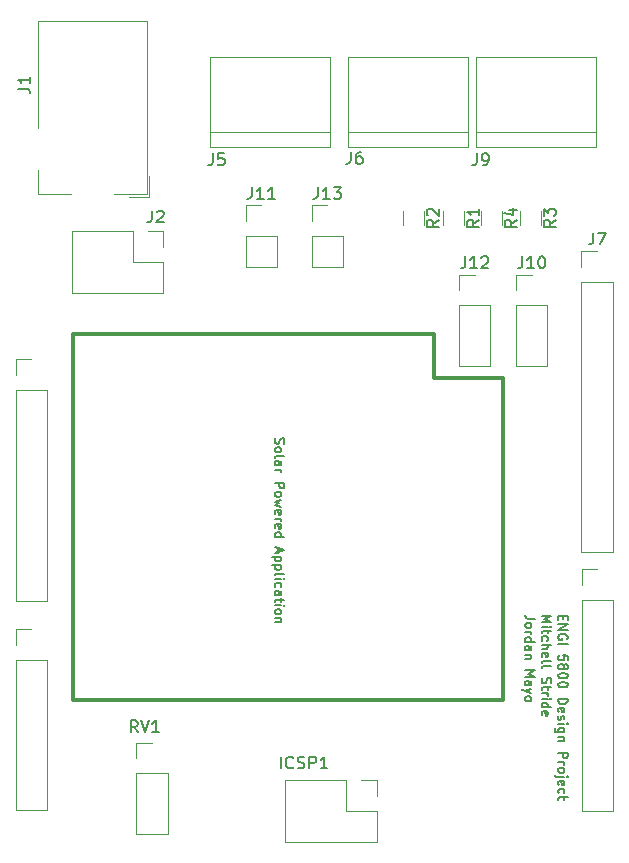
<source format=gto>
G04 #@! TF.FileFunction,Legend,Top*
%FSLAX46Y46*%
G04 Gerber Fmt 4.6, Leading zero omitted, Abs format (unit mm)*
G04 Created by KiCad (PCBNEW 4.0.7) date 01/29/18 05:57:29*
%MOMM*%
%LPD*%
G01*
G04 APERTURE LIST*
%ADD10C,0.100000*%
%ADD11C,0.200000*%
%ADD12C,0.300000*%
%ADD13C,0.120000*%
%ADD14C,0.150000*%
G04 APERTURE END LIST*
D10*
D11*
X135296950Y-94576881D02*
X135258855Y-94691167D01*
X135258855Y-94881643D01*
X135296950Y-94957833D01*
X135335046Y-94995929D01*
X135411236Y-95034024D01*
X135487427Y-95034024D01*
X135563617Y-94995929D01*
X135601712Y-94957833D01*
X135639808Y-94881643D01*
X135677903Y-94729262D01*
X135715998Y-94653071D01*
X135754093Y-94614976D01*
X135830284Y-94576881D01*
X135906474Y-94576881D01*
X135982665Y-94614976D01*
X136020760Y-94653071D01*
X136058855Y-94729262D01*
X136058855Y-94919738D01*
X136020760Y-95034024D01*
X135258855Y-95491167D02*
X135296950Y-95414976D01*
X135335046Y-95376881D01*
X135411236Y-95338786D01*
X135639808Y-95338786D01*
X135715998Y-95376881D01*
X135754093Y-95414976D01*
X135792189Y-95491167D01*
X135792189Y-95605453D01*
X135754093Y-95681643D01*
X135715998Y-95719738D01*
X135639808Y-95757834D01*
X135411236Y-95757834D01*
X135335046Y-95719738D01*
X135296950Y-95681643D01*
X135258855Y-95605453D01*
X135258855Y-95491167D01*
X135258855Y-96214977D02*
X135296950Y-96138786D01*
X135373141Y-96100691D01*
X136058855Y-96100691D01*
X135258855Y-96862596D02*
X135677903Y-96862596D01*
X135754093Y-96824501D01*
X135792189Y-96748311D01*
X135792189Y-96595930D01*
X135754093Y-96519739D01*
X135296950Y-96862596D02*
X135258855Y-96786406D01*
X135258855Y-96595930D01*
X135296950Y-96519739D01*
X135373141Y-96481644D01*
X135449331Y-96481644D01*
X135525522Y-96519739D01*
X135563617Y-96595930D01*
X135563617Y-96786406D01*
X135601712Y-96862596D01*
X135258855Y-97243549D02*
X135792189Y-97243549D01*
X135639808Y-97243549D02*
X135715998Y-97281644D01*
X135754093Y-97319740D01*
X135792189Y-97395930D01*
X135792189Y-97472121D01*
X135258855Y-98348311D02*
X136058855Y-98348311D01*
X136058855Y-98653073D01*
X136020760Y-98729264D01*
X135982665Y-98767359D01*
X135906474Y-98805454D01*
X135792189Y-98805454D01*
X135715998Y-98767359D01*
X135677903Y-98729264D01*
X135639808Y-98653073D01*
X135639808Y-98348311D01*
X135258855Y-99262597D02*
X135296950Y-99186406D01*
X135335046Y-99148311D01*
X135411236Y-99110216D01*
X135639808Y-99110216D01*
X135715998Y-99148311D01*
X135754093Y-99186406D01*
X135792189Y-99262597D01*
X135792189Y-99376883D01*
X135754093Y-99453073D01*
X135715998Y-99491168D01*
X135639808Y-99529264D01*
X135411236Y-99529264D01*
X135335046Y-99491168D01*
X135296950Y-99453073D01*
X135258855Y-99376883D01*
X135258855Y-99262597D01*
X135792189Y-99795931D02*
X135258855Y-99948312D01*
X135639808Y-100100693D01*
X135258855Y-100253074D01*
X135792189Y-100405455D01*
X135296950Y-101014978D02*
X135258855Y-100938788D01*
X135258855Y-100786407D01*
X135296950Y-100710216D01*
X135373141Y-100672121D01*
X135677903Y-100672121D01*
X135754093Y-100710216D01*
X135792189Y-100786407D01*
X135792189Y-100938788D01*
X135754093Y-101014978D01*
X135677903Y-101053073D01*
X135601712Y-101053073D01*
X135525522Y-100672121D01*
X135258855Y-101395930D02*
X135792189Y-101395930D01*
X135639808Y-101395930D02*
X135715998Y-101434025D01*
X135754093Y-101472121D01*
X135792189Y-101548311D01*
X135792189Y-101624502D01*
X135296950Y-102195930D02*
X135258855Y-102119740D01*
X135258855Y-101967359D01*
X135296950Y-101891168D01*
X135373141Y-101853073D01*
X135677903Y-101853073D01*
X135754093Y-101891168D01*
X135792189Y-101967359D01*
X135792189Y-102119740D01*
X135754093Y-102195930D01*
X135677903Y-102234025D01*
X135601712Y-102234025D01*
X135525522Y-101853073D01*
X135258855Y-102919739D02*
X136058855Y-102919739D01*
X135296950Y-102919739D02*
X135258855Y-102843549D01*
X135258855Y-102691168D01*
X135296950Y-102614977D01*
X135335046Y-102576882D01*
X135411236Y-102538787D01*
X135639808Y-102538787D01*
X135715998Y-102576882D01*
X135754093Y-102614977D01*
X135792189Y-102691168D01*
X135792189Y-102843549D01*
X135754093Y-102919739D01*
X135487427Y-103872121D02*
X135487427Y-104253073D01*
X135258855Y-103795930D02*
X136058855Y-104062597D01*
X135258855Y-104329264D01*
X135792189Y-104595930D02*
X134992189Y-104595930D01*
X135754093Y-104595930D02*
X135792189Y-104672121D01*
X135792189Y-104824502D01*
X135754093Y-104900692D01*
X135715998Y-104938787D01*
X135639808Y-104976883D01*
X135411236Y-104976883D01*
X135335046Y-104938787D01*
X135296950Y-104900692D01*
X135258855Y-104824502D01*
X135258855Y-104672121D01*
X135296950Y-104595930D01*
X135792189Y-105319740D02*
X134992189Y-105319740D01*
X135754093Y-105319740D02*
X135792189Y-105395931D01*
X135792189Y-105548312D01*
X135754093Y-105624502D01*
X135715998Y-105662597D01*
X135639808Y-105700693D01*
X135411236Y-105700693D01*
X135335046Y-105662597D01*
X135296950Y-105624502D01*
X135258855Y-105548312D01*
X135258855Y-105395931D01*
X135296950Y-105319740D01*
X135258855Y-106157836D02*
X135296950Y-106081645D01*
X135373141Y-106043550D01*
X136058855Y-106043550D01*
X135258855Y-106462598D02*
X135792189Y-106462598D01*
X136058855Y-106462598D02*
X136020760Y-106424503D01*
X135982665Y-106462598D01*
X136020760Y-106500693D01*
X136058855Y-106462598D01*
X135982665Y-106462598D01*
X135296950Y-107186407D02*
X135258855Y-107110217D01*
X135258855Y-106957836D01*
X135296950Y-106881645D01*
X135335046Y-106843550D01*
X135411236Y-106805455D01*
X135639808Y-106805455D01*
X135715998Y-106843550D01*
X135754093Y-106881645D01*
X135792189Y-106957836D01*
X135792189Y-107110217D01*
X135754093Y-107186407D01*
X135258855Y-107872121D02*
X135677903Y-107872121D01*
X135754093Y-107834026D01*
X135792189Y-107757836D01*
X135792189Y-107605455D01*
X135754093Y-107529264D01*
X135296950Y-107872121D02*
X135258855Y-107795931D01*
X135258855Y-107605455D01*
X135296950Y-107529264D01*
X135373141Y-107491169D01*
X135449331Y-107491169D01*
X135525522Y-107529264D01*
X135563617Y-107605455D01*
X135563617Y-107795931D01*
X135601712Y-107872121D01*
X135792189Y-108138788D02*
X135792189Y-108443550D01*
X136058855Y-108253074D02*
X135373141Y-108253074D01*
X135296950Y-108291169D01*
X135258855Y-108367360D01*
X135258855Y-108443550D01*
X135258855Y-108710217D02*
X135792189Y-108710217D01*
X136058855Y-108710217D02*
X136020760Y-108672122D01*
X135982665Y-108710217D01*
X136020760Y-108748312D01*
X136058855Y-108710217D01*
X135982665Y-108710217D01*
X135258855Y-109205455D02*
X135296950Y-109129264D01*
X135335046Y-109091169D01*
X135411236Y-109053074D01*
X135639808Y-109053074D01*
X135715998Y-109091169D01*
X135754093Y-109129264D01*
X135792189Y-109205455D01*
X135792189Y-109319741D01*
X135754093Y-109395931D01*
X135715998Y-109434026D01*
X135639808Y-109472122D01*
X135411236Y-109472122D01*
X135335046Y-109434026D01*
X135296950Y-109395931D01*
X135258855Y-109319741D01*
X135258855Y-109205455D01*
X135792189Y-109814979D02*
X135258855Y-109814979D01*
X135715998Y-109814979D02*
X135754093Y-109853074D01*
X135792189Y-109929265D01*
X135792189Y-110043551D01*
X135754093Y-110119741D01*
X135677903Y-110157836D01*
X135258855Y-110157836D01*
D12*
X118173500Y-85714840D02*
X118178580Y-116743480D01*
X148683980Y-85712300D02*
X118176040Y-85712300D01*
X148686520Y-89461340D02*
X148686520Y-85717380D01*
X154564080Y-89463880D02*
X148691600Y-89463880D01*
X154561540Y-116743480D02*
X154561540Y-89468960D01*
X118176040Y-116746020D02*
X154559000Y-116746020D01*
D11*
X159650883Y-109623836D02*
X159650883Y-109890503D01*
X159231835Y-110004789D02*
X159231835Y-109623836D01*
X160031835Y-109623836D01*
X160031835Y-110004789D01*
X159231835Y-110347646D02*
X160031835Y-110347646D01*
X159231835Y-110804789D01*
X160031835Y-110804789D01*
X159993740Y-111604789D02*
X160031835Y-111528598D01*
X160031835Y-111414313D01*
X159993740Y-111300027D01*
X159917550Y-111223836D01*
X159841359Y-111185741D01*
X159688978Y-111147646D01*
X159574692Y-111147646D01*
X159422311Y-111185741D01*
X159346121Y-111223836D01*
X159269930Y-111300027D01*
X159231835Y-111414313D01*
X159231835Y-111490503D01*
X159269930Y-111604789D01*
X159308026Y-111642884D01*
X159574692Y-111642884D01*
X159574692Y-111490503D01*
X159231835Y-111985741D02*
X160031835Y-111985741D01*
X160031835Y-113357170D02*
X160031835Y-112976217D01*
X159650883Y-112938122D01*
X159688978Y-112976217D01*
X159727073Y-113052408D01*
X159727073Y-113242884D01*
X159688978Y-113319074D01*
X159650883Y-113357170D01*
X159574692Y-113395265D01*
X159384216Y-113395265D01*
X159308026Y-113357170D01*
X159269930Y-113319074D01*
X159231835Y-113242884D01*
X159231835Y-113052408D01*
X159269930Y-112976217D01*
X159308026Y-112938122D01*
X159688978Y-113852408D02*
X159727073Y-113776217D01*
X159765169Y-113738122D01*
X159841359Y-113700027D01*
X159879454Y-113700027D01*
X159955645Y-113738122D01*
X159993740Y-113776217D01*
X160031835Y-113852408D01*
X160031835Y-114004789D01*
X159993740Y-114080979D01*
X159955645Y-114119075D01*
X159879454Y-114157170D01*
X159841359Y-114157170D01*
X159765169Y-114119075D01*
X159727073Y-114080979D01*
X159688978Y-114004789D01*
X159688978Y-113852408D01*
X159650883Y-113776217D01*
X159612788Y-113738122D01*
X159536597Y-113700027D01*
X159384216Y-113700027D01*
X159308026Y-113738122D01*
X159269930Y-113776217D01*
X159231835Y-113852408D01*
X159231835Y-114004789D01*
X159269930Y-114080979D01*
X159308026Y-114119075D01*
X159384216Y-114157170D01*
X159536597Y-114157170D01*
X159612788Y-114119075D01*
X159650883Y-114080979D01*
X159688978Y-114004789D01*
X160031835Y-114652408D02*
X160031835Y-114728599D01*
X159993740Y-114804789D01*
X159955645Y-114842884D01*
X159879454Y-114880980D01*
X159727073Y-114919075D01*
X159536597Y-114919075D01*
X159384216Y-114880980D01*
X159308026Y-114842884D01*
X159269930Y-114804789D01*
X159231835Y-114728599D01*
X159231835Y-114652408D01*
X159269930Y-114576218D01*
X159308026Y-114538122D01*
X159384216Y-114500027D01*
X159536597Y-114461932D01*
X159727073Y-114461932D01*
X159879454Y-114500027D01*
X159955645Y-114538122D01*
X159993740Y-114576218D01*
X160031835Y-114652408D01*
X160031835Y-115414313D02*
X160031835Y-115490504D01*
X159993740Y-115566694D01*
X159955645Y-115604789D01*
X159879454Y-115642885D01*
X159727073Y-115680980D01*
X159536597Y-115680980D01*
X159384216Y-115642885D01*
X159308026Y-115604789D01*
X159269930Y-115566694D01*
X159231835Y-115490504D01*
X159231835Y-115414313D01*
X159269930Y-115338123D01*
X159308026Y-115300027D01*
X159384216Y-115261932D01*
X159536597Y-115223837D01*
X159727073Y-115223837D01*
X159879454Y-115261932D01*
X159955645Y-115300027D01*
X159993740Y-115338123D01*
X160031835Y-115414313D01*
X159231835Y-116633361D02*
X160031835Y-116633361D01*
X160031835Y-116823837D01*
X159993740Y-116938123D01*
X159917550Y-117014314D01*
X159841359Y-117052409D01*
X159688978Y-117090504D01*
X159574692Y-117090504D01*
X159422311Y-117052409D01*
X159346121Y-117014314D01*
X159269930Y-116938123D01*
X159231835Y-116823837D01*
X159231835Y-116633361D01*
X159269930Y-117738123D02*
X159231835Y-117661933D01*
X159231835Y-117509552D01*
X159269930Y-117433361D01*
X159346121Y-117395266D01*
X159650883Y-117395266D01*
X159727073Y-117433361D01*
X159765169Y-117509552D01*
X159765169Y-117661933D01*
X159727073Y-117738123D01*
X159650883Y-117776218D01*
X159574692Y-117776218D01*
X159498502Y-117395266D01*
X159269930Y-118080980D02*
X159231835Y-118157170D01*
X159231835Y-118309551D01*
X159269930Y-118385742D01*
X159346121Y-118423837D01*
X159384216Y-118423837D01*
X159460407Y-118385742D01*
X159498502Y-118309551D01*
X159498502Y-118195266D01*
X159536597Y-118119075D01*
X159612788Y-118080980D01*
X159650883Y-118080980D01*
X159727073Y-118119075D01*
X159765169Y-118195266D01*
X159765169Y-118309551D01*
X159727073Y-118385742D01*
X159231835Y-118766694D02*
X159765169Y-118766694D01*
X160031835Y-118766694D02*
X159993740Y-118728599D01*
X159955645Y-118766694D01*
X159993740Y-118804789D01*
X160031835Y-118766694D01*
X159955645Y-118766694D01*
X159765169Y-119490503D02*
X159117550Y-119490503D01*
X159041359Y-119452408D01*
X159003264Y-119414313D01*
X158965169Y-119338122D01*
X158965169Y-119223837D01*
X159003264Y-119147646D01*
X159269930Y-119490503D02*
X159231835Y-119414313D01*
X159231835Y-119261932D01*
X159269930Y-119185741D01*
X159308026Y-119147646D01*
X159384216Y-119109551D01*
X159612788Y-119109551D01*
X159688978Y-119147646D01*
X159727073Y-119185741D01*
X159765169Y-119261932D01*
X159765169Y-119414313D01*
X159727073Y-119490503D01*
X159765169Y-119871456D02*
X159231835Y-119871456D01*
X159688978Y-119871456D02*
X159727073Y-119909551D01*
X159765169Y-119985742D01*
X159765169Y-120100028D01*
X159727073Y-120176218D01*
X159650883Y-120214313D01*
X159231835Y-120214313D01*
X159231835Y-121204790D02*
X160031835Y-121204790D01*
X160031835Y-121509552D01*
X159993740Y-121585743D01*
X159955645Y-121623838D01*
X159879454Y-121661933D01*
X159765169Y-121661933D01*
X159688978Y-121623838D01*
X159650883Y-121585743D01*
X159612788Y-121509552D01*
X159612788Y-121204790D01*
X159231835Y-122004790D02*
X159765169Y-122004790D01*
X159612788Y-122004790D02*
X159688978Y-122042885D01*
X159727073Y-122080981D01*
X159765169Y-122157171D01*
X159765169Y-122233362D01*
X159231835Y-122614314D02*
X159269930Y-122538123D01*
X159308026Y-122500028D01*
X159384216Y-122461933D01*
X159612788Y-122461933D01*
X159688978Y-122500028D01*
X159727073Y-122538123D01*
X159765169Y-122614314D01*
X159765169Y-122728600D01*
X159727073Y-122804790D01*
X159688978Y-122842885D01*
X159612788Y-122880981D01*
X159384216Y-122880981D01*
X159308026Y-122842885D01*
X159269930Y-122804790D01*
X159231835Y-122728600D01*
X159231835Y-122614314D01*
X159765169Y-123223838D02*
X159079454Y-123223838D01*
X159003264Y-123185743D01*
X158965169Y-123109552D01*
X158965169Y-123071457D01*
X160031835Y-123223838D02*
X159993740Y-123185743D01*
X159955645Y-123223838D01*
X159993740Y-123261933D01*
X160031835Y-123223838D01*
X159955645Y-123223838D01*
X159269930Y-123909552D02*
X159231835Y-123833362D01*
X159231835Y-123680981D01*
X159269930Y-123604790D01*
X159346121Y-123566695D01*
X159650883Y-123566695D01*
X159727073Y-123604790D01*
X159765169Y-123680981D01*
X159765169Y-123833362D01*
X159727073Y-123909552D01*
X159650883Y-123947647D01*
X159574692Y-123947647D01*
X159498502Y-123566695D01*
X159269930Y-124633361D02*
X159231835Y-124557171D01*
X159231835Y-124404790D01*
X159269930Y-124328599D01*
X159308026Y-124290504D01*
X159384216Y-124252409D01*
X159612788Y-124252409D01*
X159688978Y-124290504D01*
X159727073Y-124328599D01*
X159765169Y-124404790D01*
X159765169Y-124557171D01*
X159727073Y-124633361D01*
X159765169Y-124861932D02*
X159765169Y-125166694D01*
X160031835Y-124976218D02*
X159346121Y-124976218D01*
X159269930Y-125014313D01*
X159231835Y-125090504D01*
X159231835Y-125166694D01*
X157831835Y-109623836D02*
X158631835Y-109623836D01*
X158060407Y-109890503D01*
X158631835Y-110157170D01*
X157831835Y-110157170D01*
X157831835Y-110538122D02*
X158365169Y-110538122D01*
X158631835Y-110538122D02*
X158593740Y-110500027D01*
X158555645Y-110538122D01*
X158593740Y-110576217D01*
X158631835Y-110538122D01*
X158555645Y-110538122D01*
X158365169Y-110804788D02*
X158365169Y-111109550D01*
X158631835Y-110919074D02*
X157946121Y-110919074D01*
X157869930Y-110957169D01*
X157831835Y-111033360D01*
X157831835Y-111109550D01*
X157869930Y-111719074D02*
X157831835Y-111642884D01*
X157831835Y-111490503D01*
X157869930Y-111414312D01*
X157908026Y-111376217D01*
X157984216Y-111338122D01*
X158212788Y-111338122D01*
X158288978Y-111376217D01*
X158327073Y-111414312D01*
X158365169Y-111490503D01*
X158365169Y-111642884D01*
X158327073Y-111719074D01*
X157831835Y-112061931D02*
X158631835Y-112061931D01*
X157831835Y-112404788D02*
X158250883Y-112404788D01*
X158327073Y-112366693D01*
X158365169Y-112290503D01*
X158365169Y-112176217D01*
X158327073Y-112100026D01*
X158288978Y-112061931D01*
X157869930Y-113090503D02*
X157831835Y-113014313D01*
X157831835Y-112861932D01*
X157869930Y-112785741D01*
X157946121Y-112747646D01*
X158250883Y-112747646D01*
X158327073Y-112785741D01*
X158365169Y-112861932D01*
X158365169Y-113014313D01*
X158327073Y-113090503D01*
X158250883Y-113128598D01*
X158174692Y-113128598D01*
X158098502Y-112747646D01*
X157831835Y-113585741D02*
X157869930Y-113509550D01*
X157946121Y-113471455D01*
X158631835Y-113471455D01*
X157831835Y-114004789D02*
X157869930Y-113928598D01*
X157946121Y-113890503D01*
X158631835Y-113890503D01*
X157869930Y-114880980D02*
X157831835Y-114995266D01*
X157831835Y-115185742D01*
X157869930Y-115261932D01*
X157908026Y-115300028D01*
X157984216Y-115338123D01*
X158060407Y-115338123D01*
X158136597Y-115300028D01*
X158174692Y-115261932D01*
X158212788Y-115185742D01*
X158250883Y-115033361D01*
X158288978Y-114957170D01*
X158327073Y-114919075D01*
X158403264Y-114880980D01*
X158479454Y-114880980D01*
X158555645Y-114919075D01*
X158593740Y-114957170D01*
X158631835Y-115033361D01*
X158631835Y-115223837D01*
X158593740Y-115338123D01*
X158365169Y-115566694D02*
X158365169Y-115871456D01*
X158631835Y-115680980D02*
X157946121Y-115680980D01*
X157869930Y-115719075D01*
X157831835Y-115795266D01*
X157831835Y-115871456D01*
X157831835Y-116138123D02*
X158365169Y-116138123D01*
X158212788Y-116138123D02*
X158288978Y-116176218D01*
X158327073Y-116214314D01*
X158365169Y-116290504D01*
X158365169Y-116366695D01*
X157831835Y-116633361D02*
X158365169Y-116633361D01*
X158631835Y-116633361D02*
X158593740Y-116595266D01*
X158555645Y-116633361D01*
X158593740Y-116671456D01*
X158631835Y-116633361D01*
X158555645Y-116633361D01*
X157831835Y-117357170D02*
X158631835Y-117357170D01*
X157869930Y-117357170D02*
X157831835Y-117280980D01*
X157831835Y-117128599D01*
X157869930Y-117052408D01*
X157908026Y-117014313D01*
X157984216Y-116976218D01*
X158212788Y-116976218D01*
X158288978Y-117014313D01*
X158327073Y-117052408D01*
X158365169Y-117128599D01*
X158365169Y-117280980D01*
X158327073Y-117357170D01*
X157869930Y-118042885D02*
X157831835Y-117966695D01*
X157831835Y-117814314D01*
X157869930Y-117738123D01*
X157946121Y-117700028D01*
X158250883Y-117700028D01*
X158327073Y-117738123D01*
X158365169Y-117814314D01*
X158365169Y-117966695D01*
X158327073Y-118042885D01*
X158250883Y-118080980D01*
X158174692Y-118080980D01*
X158098502Y-117700028D01*
X157231835Y-109852408D02*
X156660407Y-109852408D01*
X156546121Y-109814312D01*
X156469930Y-109738122D01*
X156431835Y-109623836D01*
X156431835Y-109547646D01*
X156431835Y-110347646D02*
X156469930Y-110271455D01*
X156508026Y-110233360D01*
X156584216Y-110195265D01*
X156812788Y-110195265D01*
X156888978Y-110233360D01*
X156927073Y-110271455D01*
X156965169Y-110347646D01*
X156965169Y-110461932D01*
X156927073Y-110538122D01*
X156888978Y-110576217D01*
X156812788Y-110614313D01*
X156584216Y-110614313D01*
X156508026Y-110576217D01*
X156469930Y-110538122D01*
X156431835Y-110461932D01*
X156431835Y-110347646D01*
X156431835Y-110957170D02*
X156965169Y-110957170D01*
X156812788Y-110957170D02*
X156888978Y-110995265D01*
X156927073Y-111033361D01*
X156965169Y-111109551D01*
X156965169Y-111185742D01*
X156431835Y-111795265D02*
X157231835Y-111795265D01*
X156469930Y-111795265D02*
X156431835Y-111719075D01*
X156431835Y-111566694D01*
X156469930Y-111490503D01*
X156508026Y-111452408D01*
X156584216Y-111414313D01*
X156812788Y-111414313D01*
X156888978Y-111452408D01*
X156927073Y-111490503D01*
X156965169Y-111566694D01*
X156965169Y-111719075D01*
X156927073Y-111795265D01*
X156431835Y-112519075D02*
X156850883Y-112519075D01*
X156927073Y-112480980D01*
X156965169Y-112404790D01*
X156965169Y-112252409D01*
X156927073Y-112176218D01*
X156469930Y-112519075D02*
X156431835Y-112442885D01*
X156431835Y-112252409D01*
X156469930Y-112176218D01*
X156546121Y-112138123D01*
X156622311Y-112138123D01*
X156698502Y-112176218D01*
X156736597Y-112252409D01*
X156736597Y-112442885D01*
X156774692Y-112519075D01*
X156965169Y-112900028D02*
X156431835Y-112900028D01*
X156888978Y-112900028D02*
X156927073Y-112938123D01*
X156965169Y-113014314D01*
X156965169Y-113128600D01*
X156927073Y-113204790D01*
X156850883Y-113242885D01*
X156431835Y-113242885D01*
X156431835Y-114233362D02*
X157231835Y-114233362D01*
X156660407Y-114500029D01*
X157231835Y-114766696D01*
X156431835Y-114766696D01*
X156431835Y-115490505D02*
X156850883Y-115490505D01*
X156927073Y-115452410D01*
X156965169Y-115376220D01*
X156965169Y-115223839D01*
X156927073Y-115147648D01*
X156469930Y-115490505D02*
X156431835Y-115414315D01*
X156431835Y-115223839D01*
X156469930Y-115147648D01*
X156546121Y-115109553D01*
X156622311Y-115109553D01*
X156698502Y-115147648D01*
X156736597Y-115223839D01*
X156736597Y-115414315D01*
X156774692Y-115490505D01*
X156965169Y-115795268D02*
X156431835Y-115985744D01*
X156965169Y-116176220D02*
X156431835Y-115985744D01*
X156241359Y-115909553D01*
X156203264Y-115871458D01*
X156165169Y-115795268D01*
X156431835Y-116595268D02*
X156469930Y-116519077D01*
X156508026Y-116480982D01*
X156584216Y-116442887D01*
X156812788Y-116442887D01*
X156888978Y-116480982D01*
X156927073Y-116519077D01*
X156965169Y-116595268D01*
X156965169Y-116709554D01*
X156927073Y-116785744D01*
X156888978Y-116823839D01*
X156812788Y-116861935D01*
X156584216Y-116861935D01*
X156508026Y-116823839D01*
X156469930Y-116785744D01*
X156431835Y-116709554D01*
X156431835Y-116595268D01*
D13*
X136114480Y-123541480D02*
X136114480Y-128741480D01*
X141254480Y-123541480D02*
X136114480Y-123541480D01*
X143854480Y-128741480D02*
X136114480Y-128741480D01*
X141254480Y-123541480D02*
X141254480Y-126141480D01*
X141254480Y-126141480D02*
X143854480Y-126141480D01*
X143854480Y-126141480D02*
X143854480Y-128741480D01*
X142524480Y-123541480D02*
X143854480Y-123541480D01*
X143854480Y-123541480D02*
X143854480Y-124871480D01*
X115188940Y-68286480D02*
X115188940Y-59286480D01*
X115188940Y-59286480D02*
X124388940Y-59286480D01*
X124388940Y-59286480D02*
X124388940Y-73886480D01*
X124388940Y-73886480D02*
X121588940Y-73886480D01*
X117988940Y-73886480D02*
X115188940Y-73886480D01*
X115188940Y-73886480D02*
X115188940Y-71886480D01*
X124628940Y-72386480D02*
X124628940Y-74126480D01*
X124628940Y-74126480D02*
X122888940Y-74126480D01*
X118067780Y-77051860D02*
X118067780Y-82251860D01*
X123207780Y-77051860D02*
X118067780Y-77051860D01*
X125807780Y-82251860D02*
X118067780Y-82251860D01*
X123207780Y-77051860D02*
X123207780Y-79651860D01*
X123207780Y-79651860D02*
X125807780Y-79651860D01*
X125807780Y-79651860D02*
X125807780Y-82251860D01*
X124477780Y-77051860D02*
X125807780Y-77051860D01*
X125807780Y-77051860D02*
X125807780Y-78381860D01*
X113305280Y-126079560D02*
X115965280Y-126079560D01*
X113305280Y-113319560D02*
X113305280Y-126079560D01*
X115965280Y-113319560D02*
X115965280Y-126079560D01*
X113305280Y-113319560D02*
X115965280Y-113319560D01*
X113305280Y-112049560D02*
X113305280Y-110719560D01*
X113305280Y-110719560D02*
X114635280Y-110719560D01*
X139918440Y-68623180D02*
X129758440Y-68623180D01*
X139918440Y-69893180D02*
X139918440Y-62273180D01*
X139918440Y-62273180D02*
X129758440Y-62273180D01*
X129758440Y-62273180D02*
X129758440Y-69893180D01*
X129758440Y-69893180D02*
X139918440Y-69893180D01*
X151592280Y-68671440D02*
X141432280Y-68671440D01*
X151592280Y-69941440D02*
X151592280Y-62321440D01*
X151592280Y-62321440D02*
X141432280Y-62321440D01*
X141432280Y-62321440D02*
X141432280Y-69941440D01*
X141432280Y-69941440D02*
X151592280Y-69941440D01*
X161202060Y-104240640D02*
X163862060Y-104240640D01*
X161202060Y-81320640D02*
X161202060Y-104240640D01*
X163862060Y-81320640D02*
X163862060Y-104240640D01*
X161202060Y-81320640D02*
X163862060Y-81320640D01*
X161202060Y-80050640D02*
X161202060Y-78720640D01*
X161202060Y-78720640D02*
X162532060Y-78720640D01*
X161224920Y-126120200D02*
X163884920Y-126120200D01*
X161224920Y-108280200D02*
X161224920Y-126120200D01*
X163884920Y-108280200D02*
X163884920Y-126120200D01*
X161224920Y-108280200D02*
X163884920Y-108280200D01*
X161224920Y-107010200D02*
X161224920Y-105680200D01*
X161224920Y-105680200D02*
X162554920Y-105680200D01*
X162468560Y-68676520D02*
X152308560Y-68676520D01*
X162468560Y-69946520D02*
X162468560Y-62326520D01*
X162468560Y-62326520D02*
X152308560Y-62326520D01*
X152308560Y-62326520D02*
X152308560Y-69946520D01*
X152308560Y-69946520D02*
X162468560Y-69946520D01*
X155659780Y-88474860D02*
X158319780Y-88474860D01*
X155659780Y-83334860D02*
X155659780Y-88474860D01*
X158319780Y-83334860D02*
X158319780Y-88474860D01*
X155659780Y-83334860D02*
X158319780Y-83334860D01*
X155659780Y-82064860D02*
X155659780Y-80734860D01*
X155659780Y-80734860D02*
X156989780Y-80734860D01*
X150833780Y-88474860D02*
X153493780Y-88474860D01*
X150833780Y-83334860D02*
X150833780Y-88474860D01*
X153493780Y-83334860D02*
X153493780Y-88474860D01*
X150833780Y-83334860D02*
X153493780Y-83334860D01*
X150833780Y-82064860D02*
X150833780Y-80734860D01*
X150833780Y-80734860D02*
X152163780Y-80734860D01*
X149505780Y-76521860D02*
X149505780Y-75321860D01*
X151265780Y-75321860D02*
X151265780Y-76521860D01*
X146076780Y-76521860D02*
X146076780Y-75321860D01*
X147836780Y-75321860D02*
X147836780Y-76521860D01*
X155982780Y-76521860D02*
X155982780Y-75321860D01*
X157742780Y-75321860D02*
X157742780Y-76521860D01*
X152680780Y-76521860D02*
X152680780Y-75321860D01*
X154440780Y-75321860D02*
X154440780Y-76521860D01*
X123528780Y-128098860D02*
X126188780Y-128098860D01*
X123528780Y-122958860D02*
X123528780Y-128098860D01*
X126188780Y-122958860D02*
X126188780Y-128098860D01*
X123528780Y-122958860D02*
X126188780Y-122958860D01*
X123528780Y-121688860D02*
X123528780Y-120358860D01*
X123528780Y-120358860D02*
X124858780Y-120358860D01*
X113310360Y-108317340D02*
X115970360Y-108317340D01*
X113310360Y-90477340D02*
X113310360Y-108317340D01*
X115970360Y-90477340D02*
X115970360Y-108317340D01*
X113310360Y-90477340D02*
X115970360Y-90477340D01*
X113310360Y-89207340D02*
X113310360Y-87877340D01*
X113310360Y-87877340D02*
X114640360Y-87877340D01*
X132782000Y-80070000D02*
X135442000Y-80070000D01*
X132782000Y-77470000D02*
X132782000Y-80070000D01*
X135442000Y-77470000D02*
X135442000Y-80070000D01*
X132782000Y-77470000D02*
X135442000Y-77470000D01*
X132782000Y-76200000D02*
X132782000Y-74870000D01*
X132782000Y-74870000D02*
X134112000Y-74870000D01*
X138370000Y-80070000D02*
X141030000Y-80070000D01*
X138370000Y-77470000D02*
X138370000Y-80070000D01*
X141030000Y-77470000D02*
X141030000Y-80070000D01*
X138370000Y-77470000D02*
X141030000Y-77470000D01*
X138370000Y-76200000D02*
X138370000Y-74870000D01*
X138370000Y-74870000D02*
X139700000Y-74870000D01*
D14*
X135746099Y-122529861D02*
X135746099Y-121529861D01*
X136793718Y-122434623D02*
X136746099Y-122482242D01*
X136603242Y-122529861D01*
X136508004Y-122529861D01*
X136365146Y-122482242D01*
X136269908Y-122387004D01*
X136222289Y-122291766D01*
X136174670Y-122101290D01*
X136174670Y-121958432D01*
X136222289Y-121767956D01*
X136269908Y-121672718D01*
X136365146Y-121577480D01*
X136508004Y-121529861D01*
X136603242Y-121529861D01*
X136746099Y-121577480D01*
X136793718Y-121625099D01*
X137174670Y-122482242D02*
X137317527Y-122529861D01*
X137555623Y-122529861D01*
X137650861Y-122482242D01*
X137698480Y-122434623D01*
X137746099Y-122339385D01*
X137746099Y-122244147D01*
X137698480Y-122148909D01*
X137650861Y-122101290D01*
X137555623Y-122053670D01*
X137365146Y-122006051D01*
X137269908Y-121958432D01*
X137222289Y-121910813D01*
X137174670Y-121815575D01*
X137174670Y-121720337D01*
X137222289Y-121625099D01*
X137269908Y-121577480D01*
X137365146Y-121529861D01*
X137603242Y-121529861D01*
X137746099Y-121577480D01*
X138174670Y-122529861D02*
X138174670Y-121529861D01*
X138555623Y-121529861D01*
X138650861Y-121577480D01*
X138698480Y-121625099D01*
X138746099Y-121720337D01*
X138746099Y-121863194D01*
X138698480Y-121958432D01*
X138650861Y-122006051D01*
X138555623Y-122053670D01*
X138174670Y-122053670D01*
X139698480Y-122529861D02*
X139127051Y-122529861D01*
X139412765Y-122529861D02*
X139412765Y-121529861D01*
X139317527Y-121672718D01*
X139222289Y-121767956D01*
X139127051Y-121815575D01*
X113491321Y-64969813D02*
X114205607Y-64969813D01*
X114348464Y-65017433D01*
X114443702Y-65112671D01*
X114491321Y-65255528D01*
X114491321Y-65350766D01*
X114491321Y-63969813D02*
X114491321Y-64541242D01*
X114491321Y-64255528D02*
X113491321Y-64255528D01*
X113634178Y-64350766D01*
X113729416Y-64446004D01*
X113777035Y-64541242D01*
X124842947Y-75301861D02*
X124842947Y-76016147D01*
X124795327Y-76159004D01*
X124700089Y-76254242D01*
X124557232Y-76301861D01*
X124461994Y-76301861D01*
X125271518Y-75397099D02*
X125319137Y-75349480D01*
X125414375Y-75301861D01*
X125652471Y-75301861D01*
X125747709Y-75349480D01*
X125795328Y-75397099D01*
X125842947Y-75492337D01*
X125842947Y-75587575D01*
X125795328Y-75730432D01*
X125223899Y-76301861D01*
X125842947Y-76301861D01*
X129986447Y-70468241D02*
X129986447Y-71182527D01*
X129938827Y-71325384D01*
X129843589Y-71420622D01*
X129700732Y-71468241D01*
X129605494Y-71468241D01*
X130938828Y-70468241D02*
X130462637Y-70468241D01*
X130415018Y-70944431D01*
X130462637Y-70896812D01*
X130557875Y-70849193D01*
X130795971Y-70849193D01*
X130891209Y-70896812D01*
X130938828Y-70944431D01*
X130986447Y-71039670D01*
X130986447Y-71277765D01*
X130938828Y-71373003D01*
X130891209Y-71420622D01*
X130795971Y-71468241D01*
X130557875Y-71468241D01*
X130462637Y-71420622D01*
X130415018Y-71373003D01*
X141670447Y-70341241D02*
X141670447Y-71055527D01*
X141622827Y-71198384D01*
X141527589Y-71293622D01*
X141384732Y-71341241D01*
X141289494Y-71341241D01*
X142575209Y-70341241D02*
X142384732Y-70341241D01*
X142289494Y-70388860D01*
X142241875Y-70436479D01*
X142146637Y-70579336D01*
X142099018Y-70769812D01*
X142099018Y-71150765D01*
X142146637Y-71246003D01*
X142194256Y-71293622D01*
X142289494Y-71341241D01*
X142479971Y-71341241D01*
X142575209Y-71293622D01*
X142622828Y-71246003D01*
X142670447Y-71150765D01*
X142670447Y-70912670D01*
X142622828Y-70817431D01*
X142575209Y-70769812D01*
X142479971Y-70722193D01*
X142289494Y-70722193D01*
X142194256Y-70769812D01*
X142146637Y-70817431D01*
X142099018Y-70912670D01*
X162198727Y-77173021D02*
X162198727Y-77887307D01*
X162151107Y-78030164D01*
X162055869Y-78125402D01*
X161913012Y-78173021D01*
X161817774Y-78173021D01*
X162579679Y-77173021D02*
X163246346Y-77173021D01*
X162817774Y-78173021D01*
X152338447Y-70468241D02*
X152338447Y-71182527D01*
X152290827Y-71325384D01*
X152195589Y-71420622D01*
X152052732Y-71468241D01*
X151957494Y-71468241D01*
X152862256Y-71468241D02*
X153052732Y-71468241D01*
X153147971Y-71420622D01*
X153195590Y-71373003D01*
X153290828Y-71230146D01*
X153338447Y-71039670D01*
X153338447Y-70658717D01*
X153290828Y-70563479D01*
X153243209Y-70515860D01*
X153147971Y-70468241D01*
X152957494Y-70468241D01*
X152862256Y-70515860D01*
X152814637Y-70563479D01*
X152767018Y-70658717D01*
X152767018Y-70896812D01*
X152814637Y-70992050D01*
X152862256Y-71039670D01*
X152957494Y-71087289D01*
X153147971Y-71087289D01*
X153243209Y-71039670D01*
X153290828Y-70992050D01*
X153338447Y-70896812D01*
X156180257Y-79187241D02*
X156180257Y-79901527D01*
X156132637Y-80044384D01*
X156037399Y-80139622D01*
X155894542Y-80187241D01*
X155799304Y-80187241D01*
X157180257Y-80187241D02*
X156608828Y-80187241D01*
X156894542Y-80187241D02*
X156894542Y-79187241D01*
X156799304Y-79330098D01*
X156704066Y-79425336D01*
X156608828Y-79472955D01*
X157799304Y-79187241D02*
X157894543Y-79187241D01*
X157989781Y-79234860D01*
X158037400Y-79282479D01*
X158085019Y-79377717D01*
X158132638Y-79568193D01*
X158132638Y-79806289D01*
X158085019Y-79996765D01*
X158037400Y-80092003D01*
X157989781Y-80139622D01*
X157894543Y-80187241D01*
X157799304Y-80187241D01*
X157704066Y-80139622D01*
X157656447Y-80092003D01*
X157608828Y-79996765D01*
X157561209Y-79806289D01*
X157561209Y-79568193D01*
X157608828Y-79377717D01*
X157656447Y-79282479D01*
X157704066Y-79234860D01*
X157799304Y-79187241D01*
X151354257Y-79187241D02*
X151354257Y-79901527D01*
X151306637Y-80044384D01*
X151211399Y-80139622D01*
X151068542Y-80187241D01*
X150973304Y-80187241D01*
X152354257Y-80187241D02*
X151782828Y-80187241D01*
X152068542Y-80187241D02*
X152068542Y-79187241D01*
X151973304Y-79330098D01*
X151878066Y-79425336D01*
X151782828Y-79472955D01*
X152735209Y-79282479D02*
X152782828Y-79234860D01*
X152878066Y-79187241D01*
X153116162Y-79187241D01*
X153211400Y-79234860D01*
X153259019Y-79282479D01*
X153306638Y-79377717D01*
X153306638Y-79472955D01*
X153259019Y-79615812D01*
X152687590Y-80187241D01*
X153306638Y-80187241D01*
X152538161Y-76088526D02*
X152061970Y-76421860D01*
X152538161Y-76659955D02*
X151538161Y-76659955D01*
X151538161Y-76279002D01*
X151585780Y-76183764D01*
X151633399Y-76136145D01*
X151728637Y-76088526D01*
X151871494Y-76088526D01*
X151966732Y-76136145D01*
X152014351Y-76183764D01*
X152061970Y-76279002D01*
X152061970Y-76659955D01*
X152538161Y-75136145D02*
X152538161Y-75707574D01*
X152538161Y-75421860D02*
X151538161Y-75421860D01*
X151681018Y-75517098D01*
X151776256Y-75612336D01*
X151823875Y-75707574D01*
X149109161Y-76088526D02*
X148632970Y-76421860D01*
X149109161Y-76659955D02*
X148109161Y-76659955D01*
X148109161Y-76279002D01*
X148156780Y-76183764D01*
X148204399Y-76136145D01*
X148299637Y-76088526D01*
X148442494Y-76088526D01*
X148537732Y-76136145D01*
X148585351Y-76183764D01*
X148632970Y-76279002D01*
X148632970Y-76659955D01*
X148204399Y-75707574D02*
X148156780Y-75659955D01*
X148109161Y-75564717D01*
X148109161Y-75326621D01*
X148156780Y-75231383D01*
X148204399Y-75183764D01*
X148299637Y-75136145D01*
X148394875Y-75136145D01*
X148537732Y-75183764D01*
X149109161Y-75755193D01*
X149109161Y-75136145D01*
X159015161Y-76088526D02*
X158538970Y-76421860D01*
X159015161Y-76659955D02*
X158015161Y-76659955D01*
X158015161Y-76279002D01*
X158062780Y-76183764D01*
X158110399Y-76136145D01*
X158205637Y-76088526D01*
X158348494Y-76088526D01*
X158443732Y-76136145D01*
X158491351Y-76183764D01*
X158538970Y-76279002D01*
X158538970Y-76659955D01*
X158015161Y-75755193D02*
X158015161Y-75136145D01*
X158396113Y-75469479D01*
X158396113Y-75326621D01*
X158443732Y-75231383D01*
X158491351Y-75183764D01*
X158586590Y-75136145D01*
X158824685Y-75136145D01*
X158919923Y-75183764D01*
X158967542Y-75231383D01*
X159015161Y-75326621D01*
X159015161Y-75612336D01*
X158967542Y-75707574D01*
X158919923Y-75755193D01*
X155713161Y-76088526D02*
X155236970Y-76421860D01*
X155713161Y-76659955D02*
X154713161Y-76659955D01*
X154713161Y-76279002D01*
X154760780Y-76183764D01*
X154808399Y-76136145D01*
X154903637Y-76088526D01*
X155046494Y-76088526D01*
X155141732Y-76136145D01*
X155189351Y-76183764D01*
X155236970Y-76279002D01*
X155236970Y-76659955D01*
X155046494Y-75231383D02*
X155713161Y-75231383D01*
X154665542Y-75469479D02*
X155379828Y-75707574D01*
X155379828Y-75088526D01*
X123628542Y-119474241D02*
X123295208Y-118998050D01*
X123057113Y-119474241D02*
X123057113Y-118474241D01*
X123438066Y-118474241D01*
X123533304Y-118521860D01*
X123580923Y-118569479D01*
X123628542Y-118664717D01*
X123628542Y-118807574D01*
X123580923Y-118902812D01*
X123533304Y-118950431D01*
X123438066Y-118998050D01*
X123057113Y-118998050D01*
X123914256Y-118474241D02*
X124247589Y-119474241D01*
X124580923Y-118474241D01*
X125438066Y-119474241D02*
X124866637Y-119474241D01*
X125152351Y-119474241D02*
X125152351Y-118474241D01*
X125057113Y-118617098D01*
X124961875Y-118712336D01*
X124866637Y-118759955D01*
X133302477Y-73322381D02*
X133302477Y-74036667D01*
X133254857Y-74179524D01*
X133159619Y-74274762D01*
X133016762Y-74322381D01*
X132921524Y-74322381D01*
X134302477Y-74322381D02*
X133731048Y-74322381D01*
X134016762Y-74322381D02*
X134016762Y-73322381D01*
X133921524Y-73465238D01*
X133826286Y-73560476D01*
X133731048Y-73608095D01*
X135254858Y-74322381D02*
X134683429Y-74322381D01*
X134969143Y-74322381D02*
X134969143Y-73322381D01*
X134873905Y-73465238D01*
X134778667Y-73560476D01*
X134683429Y-73608095D01*
X138890477Y-73322381D02*
X138890477Y-74036667D01*
X138842857Y-74179524D01*
X138747619Y-74274762D01*
X138604762Y-74322381D01*
X138509524Y-74322381D01*
X139890477Y-74322381D02*
X139319048Y-74322381D01*
X139604762Y-74322381D02*
X139604762Y-73322381D01*
X139509524Y-73465238D01*
X139414286Y-73560476D01*
X139319048Y-73608095D01*
X140223810Y-73322381D02*
X140842858Y-73322381D01*
X140509524Y-73703333D01*
X140652382Y-73703333D01*
X140747620Y-73750952D01*
X140795239Y-73798571D01*
X140842858Y-73893810D01*
X140842858Y-74131905D01*
X140795239Y-74227143D01*
X140747620Y-74274762D01*
X140652382Y-74322381D01*
X140366667Y-74322381D01*
X140271429Y-74274762D01*
X140223810Y-74227143D01*
M02*

</source>
